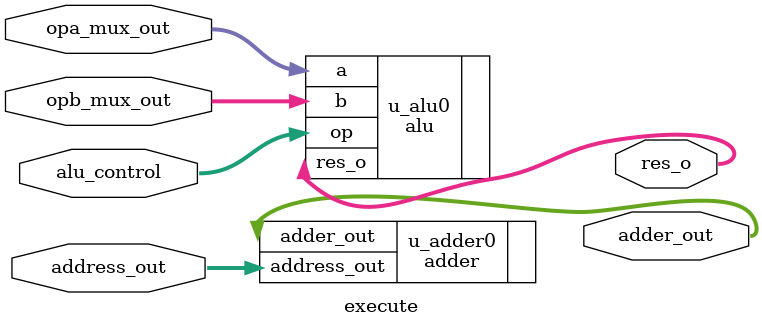
<source format=v>
module execute(opa_mux_out,opb_mux_out,alu_control,res_o,address_out,adder_out);

input wire [31:0] opa_mux_out;
input wire [31:0] opb_mux_out;
input wire  [3:0] alu_control;
input wire [31:0] address_out;
output wire [31:0] res_o;
output wire [31:0] adder_out;


 alu u_alu0(
        .a(opa_mux_out),
        .b(opb_mux_out),
        .op(alu_control),
        .res_o(res_o)
    );

    adder u_adder0(
        .address_out(address_out),
        .adder_out(adder_out)
    );
endmodule

</source>
